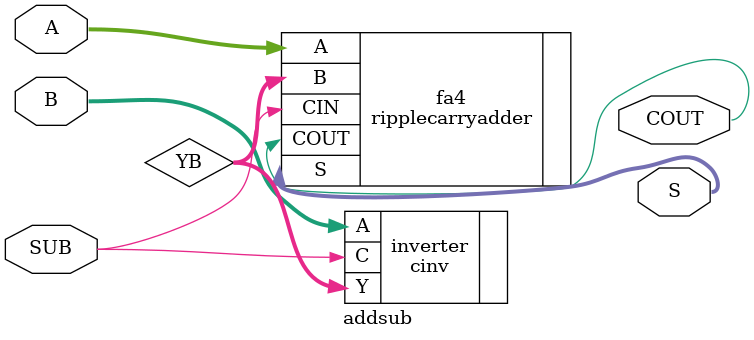
<source format=sv>
module addsub(
  input logic [3:0] A,
  input logic [3:0] B,
  input logic SUB,
  output logic [3:0] S,
  output logic COUT
);
  logic [3:0] YB;
  cinv inverter (
    .A(B),
    .C(SUB),
    .Y(YB)
  );

  ripplecarryadder fa4 (
    .A(A),
    .B(YB),
    .CIN(SUB),
    .COUT(COUT),
    .S(S)
  );
endmodule: addsub
</source>
